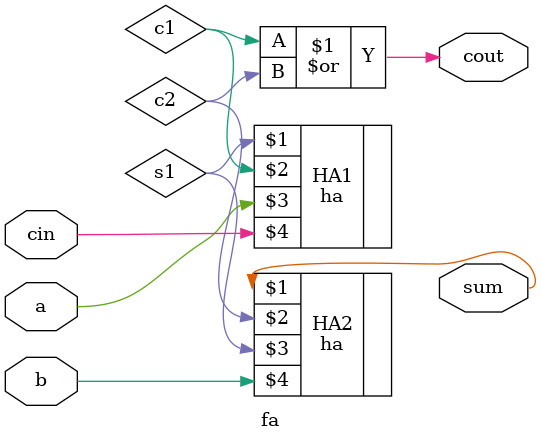
<source format=v>
`timescale 1ns / 1ps
module fa(output sum, output cout, input a, input b, input cin
    );
wire s1,c1,c2;
ha HA1(s1,c1,a,cin);
ha HA2(sum,c2,s1,b);
or o1(cout,c1,c2);
endmodule

</source>
